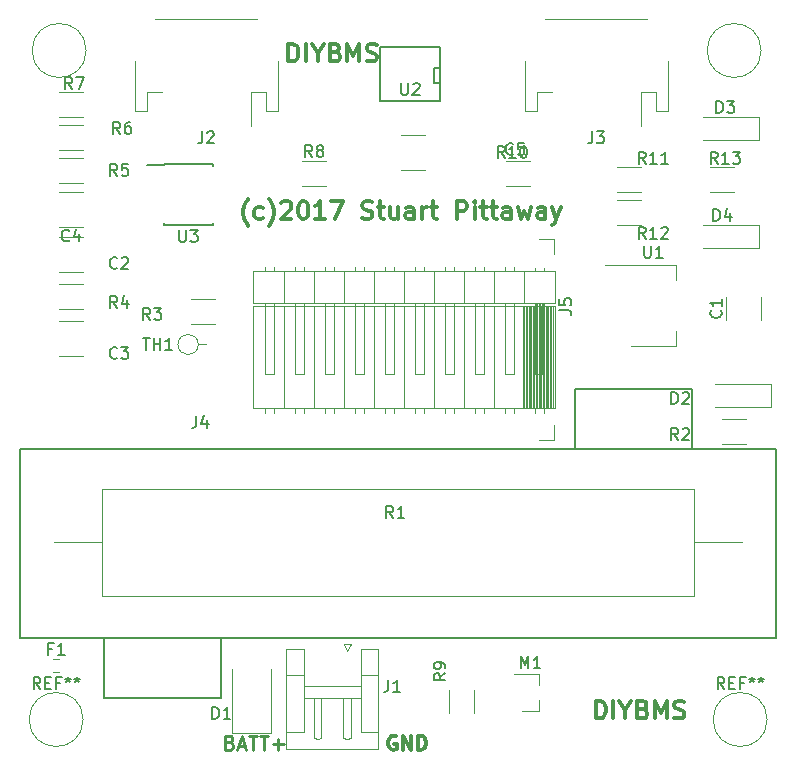
<source format=gbr>
G04 #@! TF.FileFunction,Legend,Top*
%FSLAX46Y46*%
G04 Gerber Fmt 4.6, Leading zero omitted, Abs format (unit mm)*
G04 Created by KiCad (PCBNEW 4.0.7) date 11/13/17 23:34:04*
%MOMM*%
%LPD*%
G01*
G04 APERTURE LIST*
%ADD10C,0.100000*%
%ADD11C,0.300000*%
%ADD12C,0.250000*%
%ADD13C,0.200000*%
%ADD14C,0.120000*%
%ADD15C,0.150000*%
G04 APERTURE END LIST*
D10*
D11*
X127603715Y-60368571D02*
X127603715Y-58868571D01*
X127960858Y-58868571D01*
X128175143Y-58940000D01*
X128318001Y-59082857D01*
X128389429Y-59225714D01*
X128460858Y-59511429D01*
X128460858Y-59725714D01*
X128389429Y-60011429D01*
X128318001Y-60154286D01*
X128175143Y-60297143D01*
X127960858Y-60368571D01*
X127603715Y-60368571D01*
X129103715Y-60368571D02*
X129103715Y-58868571D01*
X130103715Y-59654286D02*
X130103715Y-60368571D01*
X129603715Y-58868571D02*
X130103715Y-59654286D01*
X130603715Y-58868571D01*
X131603715Y-59582857D02*
X131818001Y-59654286D01*
X131889429Y-59725714D01*
X131960858Y-59868571D01*
X131960858Y-60082857D01*
X131889429Y-60225714D01*
X131818001Y-60297143D01*
X131675143Y-60368571D01*
X131103715Y-60368571D01*
X131103715Y-58868571D01*
X131603715Y-58868571D01*
X131746572Y-58940000D01*
X131818001Y-59011429D01*
X131889429Y-59154286D01*
X131889429Y-59297143D01*
X131818001Y-59440000D01*
X131746572Y-59511429D01*
X131603715Y-59582857D01*
X131103715Y-59582857D01*
X132603715Y-60368571D02*
X132603715Y-58868571D01*
X133103715Y-59940000D01*
X133603715Y-58868571D01*
X133603715Y-60368571D01*
X134246572Y-60297143D02*
X134460858Y-60368571D01*
X134818001Y-60368571D01*
X134960858Y-60297143D01*
X135032287Y-60225714D01*
X135103715Y-60082857D01*
X135103715Y-59940000D01*
X135032287Y-59797143D01*
X134960858Y-59725714D01*
X134818001Y-59654286D01*
X134532287Y-59582857D01*
X134389429Y-59511429D01*
X134318001Y-59440000D01*
X134246572Y-59297143D01*
X134246572Y-59154286D01*
X134318001Y-59011429D01*
X134389429Y-58940000D01*
X134532287Y-58868571D01*
X134889429Y-58868571D01*
X135103715Y-58940000D01*
D12*
X122628286Y-118024286D02*
X122799715Y-118081429D01*
X122856858Y-118138571D01*
X122914001Y-118252857D01*
X122914001Y-118424286D01*
X122856858Y-118538571D01*
X122799715Y-118595714D01*
X122685429Y-118652857D01*
X122228286Y-118652857D01*
X122228286Y-117452857D01*
X122628286Y-117452857D01*
X122742572Y-117510000D01*
X122799715Y-117567143D01*
X122856858Y-117681429D01*
X122856858Y-117795714D01*
X122799715Y-117910000D01*
X122742572Y-117967143D01*
X122628286Y-118024286D01*
X122228286Y-118024286D01*
X123371143Y-118310000D02*
X123942572Y-118310000D01*
X123256858Y-118652857D02*
X123656858Y-117452857D01*
X124056858Y-118652857D01*
X124285429Y-117452857D02*
X124971143Y-117452857D01*
X124628286Y-118652857D02*
X124628286Y-117452857D01*
X125199715Y-117452857D02*
X125885429Y-117452857D01*
X125542572Y-118652857D02*
X125542572Y-117452857D01*
X126285429Y-118195714D02*
X127199715Y-118195714D01*
X126742572Y-118652857D02*
X126742572Y-117738571D01*
D11*
X136753715Y-117510000D02*
X136639429Y-117452857D01*
X136468000Y-117452857D01*
X136296572Y-117510000D01*
X136182286Y-117624286D01*
X136125143Y-117738571D01*
X136068000Y-117967143D01*
X136068000Y-118138571D01*
X136125143Y-118367143D01*
X136182286Y-118481429D01*
X136296572Y-118595714D01*
X136468000Y-118652857D01*
X136582286Y-118652857D01*
X136753715Y-118595714D01*
X136810858Y-118538571D01*
X136810858Y-118138571D01*
X136582286Y-118138571D01*
X137325143Y-118652857D02*
X137325143Y-117452857D01*
X138010858Y-118652857D01*
X138010858Y-117452857D01*
X138582286Y-118652857D02*
X138582286Y-117452857D01*
X138868001Y-117452857D01*
X139039429Y-117510000D01*
X139153715Y-117624286D01*
X139210858Y-117738571D01*
X139268001Y-117967143D01*
X139268001Y-118138571D01*
X139210858Y-118367143D01*
X139153715Y-118481429D01*
X139039429Y-118595714D01*
X138868001Y-118652857D01*
X138582286Y-118652857D01*
X124231429Y-74275000D02*
X124160001Y-74203571D01*
X124017144Y-73989286D01*
X123945715Y-73846429D01*
X123874286Y-73632143D01*
X123802858Y-73275000D01*
X123802858Y-72989286D01*
X123874286Y-72632143D01*
X123945715Y-72417857D01*
X124017144Y-72275000D01*
X124160001Y-72060714D01*
X124231429Y-71989286D01*
X125445715Y-73632143D02*
X125302858Y-73703571D01*
X125017144Y-73703571D01*
X124874286Y-73632143D01*
X124802858Y-73560714D01*
X124731429Y-73417857D01*
X124731429Y-72989286D01*
X124802858Y-72846429D01*
X124874286Y-72775000D01*
X125017144Y-72703571D01*
X125302858Y-72703571D01*
X125445715Y-72775000D01*
X125945715Y-74275000D02*
X126017143Y-74203571D01*
X126160000Y-73989286D01*
X126231429Y-73846429D01*
X126302858Y-73632143D01*
X126374286Y-73275000D01*
X126374286Y-72989286D01*
X126302858Y-72632143D01*
X126231429Y-72417857D01*
X126160000Y-72275000D01*
X126017143Y-72060714D01*
X125945715Y-71989286D01*
X127017143Y-72346429D02*
X127088572Y-72275000D01*
X127231429Y-72203571D01*
X127588572Y-72203571D01*
X127731429Y-72275000D01*
X127802858Y-72346429D01*
X127874286Y-72489286D01*
X127874286Y-72632143D01*
X127802858Y-72846429D01*
X126945715Y-73703571D01*
X127874286Y-73703571D01*
X128802857Y-72203571D02*
X128945714Y-72203571D01*
X129088571Y-72275000D01*
X129160000Y-72346429D01*
X129231429Y-72489286D01*
X129302857Y-72775000D01*
X129302857Y-73132143D01*
X129231429Y-73417857D01*
X129160000Y-73560714D01*
X129088571Y-73632143D01*
X128945714Y-73703571D01*
X128802857Y-73703571D01*
X128660000Y-73632143D01*
X128588571Y-73560714D01*
X128517143Y-73417857D01*
X128445714Y-73132143D01*
X128445714Y-72775000D01*
X128517143Y-72489286D01*
X128588571Y-72346429D01*
X128660000Y-72275000D01*
X128802857Y-72203571D01*
X130731428Y-73703571D02*
X129874285Y-73703571D01*
X130302857Y-73703571D02*
X130302857Y-72203571D01*
X130160000Y-72417857D01*
X130017142Y-72560714D01*
X129874285Y-72632143D01*
X131231428Y-72203571D02*
X132231428Y-72203571D01*
X131588571Y-73703571D01*
X133874284Y-73632143D02*
X134088570Y-73703571D01*
X134445713Y-73703571D01*
X134588570Y-73632143D01*
X134659999Y-73560714D01*
X134731427Y-73417857D01*
X134731427Y-73275000D01*
X134659999Y-73132143D01*
X134588570Y-73060714D01*
X134445713Y-72989286D01*
X134159999Y-72917857D01*
X134017141Y-72846429D01*
X133945713Y-72775000D01*
X133874284Y-72632143D01*
X133874284Y-72489286D01*
X133945713Y-72346429D01*
X134017141Y-72275000D01*
X134159999Y-72203571D01*
X134517141Y-72203571D01*
X134731427Y-72275000D01*
X135159998Y-72703571D02*
X135731427Y-72703571D01*
X135374284Y-72203571D02*
X135374284Y-73489286D01*
X135445712Y-73632143D01*
X135588570Y-73703571D01*
X135731427Y-73703571D01*
X136874284Y-72703571D02*
X136874284Y-73703571D01*
X136231427Y-72703571D02*
X136231427Y-73489286D01*
X136302855Y-73632143D01*
X136445713Y-73703571D01*
X136659998Y-73703571D01*
X136802855Y-73632143D01*
X136874284Y-73560714D01*
X138231427Y-73703571D02*
X138231427Y-72917857D01*
X138159998Y-72775000D01*
X138017141Y-72703571D01*
X137731427Y-72703571D01*
X137588570Y-72775000D01*
X138231427Y-73632143D02*
X138088570Y-73703571D01*
X137731427Y-73703571D01*
X137588570Y-73632143D01*
X137517141Y-73489286D01*
X137517141Y-73346429D01*
X137588570Y-73203571D01*
X137731427Y-73132143D01*
X138088570Y-73132143D01*
X138231427Y-73060714D01*
X138945713Y-73703571D02*
X138945713Y-72703571D01*
X138945713Y-72989286D02*
X139017141Y-72846429D01*
X139088570Y-72775000D01*
X139231427Y-72703571D01*
X139374284Y-72703571D01*
X139659998Y-72703571D02*
X140231427Y-72703571D01*
X139874284Y-72203571D02*
X139874284Y-73489286D01*
X139945712Y-73632143D01*
X140088570Y-73703571D01*
X140231427Y-73703571D01*
X141874284Y-73703571D02*
X141874284Y-72203571D01*
X142445712Y-72203571D01*
X142588570Y-72275000D01*
X142659998Y-72346429D01*
X142731427Y-72489286D01*
X142731427Y-72703571D01*
X142659998Y-72846429D01*
X142588570Y-72917857D01*
X142445712Y-72989286D01*
X141874284Y-72989286D01*
X143374284Y-73703571D02*
X143374284Y-72703571D01*
X143374284Y-72203571D02*
X143302855Y-72275000D01*
X143374284Y-72346429D01*
X143445712Y-72275000D01*
X143374284Y-72203571D01*
X143374284Y-72346429D01*
X143874284Y-72703571D02*
X144445713Y-72703571D01*
X144088570Y-72203571D02*
X144088570Y-73489286D01*
X144159998Y-73632143D01*
X144302856Y-73703571D01*
X144445713Y-73703571D01*
X144731427Y-72703571D02*
X145302856Y-72703571D01*
X144945713Y-72203571D02*
X144945713Y-73489286D01*
X145017141Y-73632143D01*
X145159999Y-73703571D01*
X145302856Y-73703571D01*
X146445713Y-73703571D02*
X146445713Y-72917857D01*
X146374284Y-72775000D01*
X146231427Y-72703571D01*
X145945713Y-72703571D01*
X145802856Y-72775000D01*
X146445713Y-73632143D02*
X146302856Y-73703571D01*
X145945713Y-73703571D01*
X145802856Y-73632143D01*
X145731427Y-73489286D01*
X145731427Y-73346429D01*
X145802856Y-73203571D01*
X145945713Y-73132143D01*
X146302856Y-73132143D01*
X146445713Y-73060714D01*
X147017142Y-72703571D02*
X147302856Y-73703571D01*
X147588570Y-72989286D01*
X147874285Y-73703571D01*
X148159999Y-72703571D01*
X149374285Y-73703571D02*
X149374285Y-72917857D01*
X149302856Y-72775000D01*
X149159999Y-72703571D01*
X148874285Y-72703571D01*
X148731428Y-72775000D01*
X149374285Y-73632143D02*
X149231428Y-73703571D01*
X148874285Y-73703571D01*
X148731428Y-73632143D01*
X148659999Y-73489286D01*
X148659999Y-73346429D01*
X148731428Y-73203571D01*
X148874285Y-73132143D01*
X149231428Y-73132143D01*
X149374285Y-73060714D01*
X149945714Y-72703571D02*
X150302857Y-73703571D01*
X150659999Y-72703571D02*
X150302857Y-73703571D01*
X150159999Y-74060714D01*
X150088571Y-74132143D01*
X149945714Y-74203571D01*
X153638715Y-115994571D02*
X153638715Y-114494571D01*
X153995858Y-114494571D01*
X154210143Y-114566000D01*
X154353001Y-114708857D01*
X154424429Y-114851714D01*
X154495858Y-115137429D01*
X154495858Y-115351714D01*
X154424429Y-115637429D01*
X154353001Y-115780286D01*
X154210143Y-115923143D01*
X153995858Y-115994571D01*
X153638715Y-115994571D01*
X155138715Y-115994571D02*
X155138715Y-114494571D01*
X156138715Y-115280286D02*
X156138715Y-115994571D01*
X155638715Y-114494571D02*
X156138715Y-115280286D01*
X156638715Y-114494571D01*
X157638715Y-115208857D02*
X157853001Y-115280286D01*
X157924429Y-115351714D01*
X157995858Y-115494571D01*
X157995858Y-115708857D01*
X157924429Y-115851714D01*
X157853001Y-115923143D01*
X157710143Y-115994571D01*
X157138715Y-115994571D01*
X157138715Y-114494571D01*
X157638715Y-114494571D01*
X157781572Y-114566000D01*
X157853001Y-114637429D01*
X157924429Y-114780286D01*
X157924429Y-114923143D01*
X157853001Y-115066000D01*
X157781572Y-115137429D01*
X157638715Y-115208857D01*
X157138715Y-115208857D01*
X158638715Y-115994571D02*
X158638715Y-114494571D01*
X159138715Y-115566000D01*
X159638715Y-114494571D01*
X159638715Y-115994571D01*
X160281572Y-115923143D02*
X160495858Y-115994571D01*
X160853001Y-115994571D01*
X160995858Y-115923143D01*
X161067287Y-115851714D01*
X161138715Y-115708857D01*
X161138715Y-115566000D01*
X161067287Y-115423143D01*
X160995858Y-115351714D01*
X160853001Y-115280286D01*
X160567287Y-115208857D01*
X160424429Y-115137429D01*
X160353001Y-115066000D01*
X160281572Y-114923143D01*
X160281572Y-114780286D01*
X160353001Y-114637429D01*
X160424429Y-114566000D01*
X160567287Y-114494571D01*
X160924429Y-114494571D01*
X161138715Y-114566000D01*
D13*
X121920000Y-114300000D02*
X121920000Y-109220000D01*
X112014000Y-114300000D02*
X112014000Y-109220000D01*
X112014000Y-114300000D02*
X121920000Y-114300000D01*
X151892000Y-88138000D02*
X161798000Y-88138000D01*
X151892000Y-93218000D02*
X151892000Y-88138000D01*
X161798000Y-88138000D02*
X161798000Y-93218000D01*
X104902000Y-109220000D02*
X104902000Y-93218000D01*
X168910000Y-93218000D02*
X168910000Y-109220000D01*
X168910000Y-93218000D02*
X104902000Y-93218000D01*
X104902000Y-109220000D02*
X168910000Y-109220000D01*
D14*
X168148000Y-116078000D02*
G75*
G03X168148000Y-116078000I-2286000J0D01*
G01*
X110236000Y-116078000D02*
G75*
G03X110236000Y-116078000I-2286000J0D01*
G01*
X110490000Y-59436000D02*
G75*
G03X110490000Y-59436000I-2286000J0D01*
G01*
X164636000Y-80280000D02*
X164636000Y-82280000D01*
X167596000Y-82280000D02*
X167596000Y-80280000D01*
X110220000Y-75228000D02*
X108220000Y-75228000D01*
X108220000Y-78188000D02*
X110220000Y-78188000D01*
X108220000Y-85300000D02*
X110220000Y-85300000D01*
X110220000Y-82340000D02*
X108220000Y-82340000D01*
X108220000Y-74378000D02*
X110220000Y-74378000D01*
X110220000Y-71418000D02*
X108220000Y-71418000D01*
X137176000Y-69552000D02*
X139176000Y-69552000D01*
X139176000Y-66592000D02*
X137176000Y-66592000D01*
X124425000Y-62939000D02*
X125700000Y-62939000D01*
X125700000Y-62939000D02*
X125700000Y-64539000D01*
X125700000Y-64539000D02*
X126700000Y-64539000D01*
X126700000Y-64539000D02*
X126700000Y-60314000D01*
X114600000Y-60314000D02*
X114600000Y-64539000D01*
X114600000Y-64539000D02*
X115600000Y-64539000D01*
X115600000Y-64539000D02*
X115600000Y-62939000D01*
X115600000Y-62939000D02*
X116875000Y-62939000D01*
X124975000Y-56739000D02*
X116325000Y-56739000D01*
X124425000Y-62939000D02*
X124425000Y-65839000D01*
X166354000Y-92764000D02*
X164354000Y-92764000D01*
X164354000Y-90624000D02*
X166354000Y-90624000D01*
X121396000Y-82604000D02*
X119396000Y-82604000D01*
X119396000Y-80464000D02*
X121396000Y-80464000D01*
X108220000Y-79194000D02*
X110220000Y-79194000D01*
X110220000Y-81334000D02*
X108220000Y-81334000D01*
X108220000Y-68526000D02*
X110220000Y-68526000D01*
X110220000Y-70666000D02*
X108220000Y-70666000D01*
X110220000Y-67872000D02*
X108220000Y-67872000D01*
X108220000Y-65732000D02*
X110220000Y-65732000D01*
X108220000Y-62938000D02*
X110220000Y-62938000D01*
X110220000Y-65078000D02*
X108220000Y-65078000D01*
X130794000Y-70920000D02*
X128794000Y-70920000D01*
X128794000Y-68780000D02*
X130794000Y-68780000D01*
X141170000Y-115554000D02*
X141170000Y-113554000D01*
X143310000Y-113554000D02*
X143310000Y-115554000D01*
X148066000Y-70920000D02*
X146066000Y-70920000D01*
X146066000Y-68780000D02*
X148066000Y-68780000D01*
X160406000Y-84436000D02*
X160406000Y-83176000D01*
X160406000Y-77616000D02*
X160406000Y-78876000D01*
X156646000Y-84436000D02*
X160406000Y-84436000D01*
X154396000Y-77616000D02*
X160406000Y-77616000D01*
D15*
X117051000Y-69053000D02*
X117051000Y-69103000D01*
X121201000Y-69053000D02*
X121201000Y-69198000D01*
X121201000Y-74203000D02*
X121201000Y-74058000D01*
X117051000Y-74203000D02*
X117051000Y-74058000D01*
X117051000Y-69053000D02*
X121201000Y-69053000D01*
X117051000Y-74203000D02*
X121201000Y-74203000D01*
X117051000Y-69103000D02*
X115651000Y-69103000D01*
D14*
X108200000Y-110976000D02*
X107700000Y-110976000D01*
X107700000Y-112036000D02*
X108200000Y-112036000D01*
X148842000Y-115372000D02*
X148842000Y-114442000D01*
X148842000Y-112212000D02*
X148842000Y-113142000D01*
X148842000Y-112212000D02*
X146682000Y-112212000D01*
X148842000Y-115372000D02*
X147382000Y-115372000D01*
X157464000Y-71428000D02*
X155464000Y-71428000D01*
X155464000Y-69288000D02*
X157464000Y-69288000D01*
D15*
X140462000Y-63754000D02*
X135382000Y-63754000D01*
X135382000Y-63754000D02*
X135382000Y-59182000D01*
X135382000Y-59182000D02*
X140462000Y-59182000D01*
X140462000Y-59182000D02*
X140462000Y-63754000D01*
X140462000Y-62230000D02*
X139954000Y-62230000D01*
X139954000Y-62230000D02*
X139954000Y-60960000D01*
X139954000Y-60960000D02*
X140462000Y-60960000D01*
D14*
X157445000Y-62939000D02*
X158720000Y-62939000D01*
X158720000Y-62939000D02*
X158720000Y-64539000D01*
X158720000Y-64539000D02*
X159720000Y-64539000D01*
X159720000Y-64539000D02*
X159720000Y-60314000D01*
X147620000Y-60314000D02*
X147620000Y-64539000D01*
X147620000Y-64539000D02*
X148620000Y-64539000D01*
X148620000Y-64539000D02*
X148620000Y-62939000D01*
X148620000Y-62939000D02*
X149895000Y-62939000D01*
X157995000Y-56739000D02*
X149345000Y-56739000D01*
X157445000Y-62939000D02*
X157445000Y-65839000D01*
X155464000Y-72082000D02*
X157464000Y-72082000D01*
X157464000Y-74222000D02*
X155464000Y-74222000D01*
X165338000Y-71428000D02*
X163338000Y-71428000D01*
X163338000Y-69288000D02*
X165338000Y-69288000D01*
X119986000Y-84328000D02*
G75*
G03X119986000Y-84328000I-860000J0D01*
G01*
X119986000Y-84328000D02*
X120666000Y-84328000D01*
X150174000Y-89726000D02*
X147574000Y-89726000D01*
X147574000Y-89726000D02*
X147574000Y-81096000D01*
X147574000Y-81096000D02*
X150174000Y-81096000D01*
X150174000Y-81096000D02*
X150174000Y-89726000D01*
X149224000Y-90156000D02*
X149224000Y-89726000D01*
X148464000Y-90156000D02*
X148464000Y-89726000D01*
X149994000Y-89726000D02*
X149994000Y-81096000D01*
X149874000Y-89726000D02*
X149874000Y-81096000D01*
X149754000Y-89726000D02*
X149754000Y-81096000D01*
X149634000Y-89726000D02*
X149634000Y-81096000D01*
X149514000Y-89726000D02*
X149514000Y-81096000D01*
X149394000Y-89726000D02*
X149394000Y-81096000D01*
X149274000Y-89726000D02*
X149274000Y-81096000D01*
X149154000Y-89726000D02*
X149154000Y-81096000D01*
X149034000Y-89726000D02*
X149034000Y-81096000D01*
X148914000Y-89726000D02*
X148914000Y-81096000D01*
X148794000Y-89726000D02*
X148794000Y-81096000D01*
X148674000Y-89726000D02*
X148674000Y-81096000D01*
X148554000Y-89726000D02*
X148554000Y-81096000D01*
X148434000Y-89726000D02*
X148434000Y-81096000D01*
X148314000Y-89726000D02*
X148314000Y-81096000D01*
X148194000Y-89726000D02*
X148194000Y-81096000D01*
X148074000Y-89726000D02*
X148074000Y-81096000D01*
X147954000Y-89726000D02*
X147954000Y-81096000D01*
X147834000Y-89726000D02*
X147834000Y-81096000D01*
X147714000Y-89726000D02*
X147714000Y-81096000D01*
X147594000Y-89726000D02*
X147594000Y-81096000D01*
X147474000Y-89726000D02*
X147474000Y-81096000D01*
X147574000Y-89726000D02*
X145034000Y-89726000D01*
X145034000Y-89726000D02*
X145034000Y-81096000D01*
X145034000Y-81096000D02*
X147574000Y-81096000D01*
X147574000Y-81096000D02*
X147574000Y-89726000D01*
X146684000Y-90156000D02*
X146684000Y-89726000D01*
X145924000Y-90156000D02*
X145924000Y-89726000D01*
X145034000Y-89726000D02*
X142494000Y-89726000D01*
X142494000Y-89726000D02*
X142494000Y-81096000D01*
X142494000Y-81096000D02*
X145034000Y-81096000D01*
X145034000Y-81096000D02*
X145034000Y-89726000D01*
X144144000Y-90156000D02*
X144144000Y-89726000D01*
X143384000Y-90156000D02*
X143384000Y-89726000D01*
X142494000Y-89726000D02*
X139954000Y-89726000D01*
X139954000Y-89726000D02*
X139954000Y-81096000D01*
X139954000Y-81096000D02*
X142494000Y-81096000D01*
X142494000Y-81096000D02*
X142494000Y-89726000D01*
X141604000Y-90156000D02*
X141604000Y-89726000D01*
X140844000Y-90156000D02*
X140844000Y-89726000D01*
X139954000Y-89726000D02*
X137414000Y-89726000D01*
X137414000Y-89726000D02*
X137414000Y-81096000D01*
X137414000Y-81096000D02*
X139954000Y-81096000D01*
X139954000Y-81096000D02*
X139954000Y-89726000D01*
X139064000Y-90156000D02*
X139064000Y-89726000D01*
X138304000Y-90156000D02*
X138304000Y-89726000D01*
X137414000Y-89726000D02*
X134874000Y-89726000D01*
X134874000Y-89726000D02*
X134874000Y-81096000D01*
X134874000Y-81096000D02*
X137414000Y-81096000D01*
X137414000Y-81096000D02*
X137414000Y-89726000D01*
X136524000Y-90156000D02*
X136524000Y-89726000D01*
X135764000Y-90156000D02*
X135764000Y-89726000D01*
X134874000Y-89726000D02*
X132334000Y-89726000D01*
X132334000Y-89726000D02*
X132334000Y-81096000D01*
X132334000Y-81096000D02*
X134874000Y-81096000D01*
X134874000Y-81096000D02*
X134874000Y-89726000D01*
X133984000Y-90156000D02*
X133984000Y-89726000D01*
X133224000Y-90156000D02*
X133224000Y-89726000D01*
X132334000Y-89726000D02*
X129794000Y-89726000D01*
X129794000Y-89726000D02*
X129794000Y-81096000D01*
X129794000Y-81096000D02*
X132334000Y-81096000D01*
X132334000Y-81096000D02*
X132334000Y-89726000D01*
X131444000Y-90156000D02*
X131444000Y-89726000D01*
X130684000Y-90156000D02*
X130684000Y-89726000D01*
X129794000Y-89726000D02*
X127254000Y-89726000D01*
X127254000Y-89726000D02*
X127254000Y-81096000D01*
X127254000Y-81096000D02*
X129794000Y-81096000D01*
X129794000Y-81096000D02*
X129794000Y-89726000D01*
X128904000Y-90156000D02*
X128904000Y-89726000D01*
X128144000Y-90156000D02*
X128144000Y-89726000D01*
X127254000Y-89726000D02*
X124654000Y-89726000D01*
X124654000Y-89726000D02*
X124654000Y-81096000D01*
X124654000Y-81096000D02*
X127254000Y-81096000D01*
X127254000Y-81096000D02*
X127254000Y-89726000D01*
X126364000Y-90156000D02*
X126364000Y-89726000D01*
X125604000Y-90156000D02*
X125604000Y-89726000D01*
X150114000Y-91186000D02*
X150114000Y-92456000D01*
X150114000Y-92456000D02*
X148844000Y-92456000D01*
X150174000Y-78148000D02*
X124654000Y-78148000D01*
X124654000Y-78148000D02*
X124654000Y-80808000D01*
X124654000Y-80808000D02*
X150174000Y-80808000D01*
X150174000Y-80808000D02*
X150174000Y-78148000D01*
X149224000Y-80808000D02*
X149224000Y-86808000D01*
X149224000Y-86808000D02*
X148464000Y-86808000D01*
X148464000Y-86808000D02*
X148464000Y-80808000D01*
X149164000Y-80808000D02*
X149164000Y-86808000D01*
X149044000Y-80808000D02*
X149044000Y-86808000D01*
X148924000Y-80808000D02*
X148924000Y-86808000D01*
X148804000Y-80808000D02*
X148804000Y-86808000D01*
X148684000Y-80808000D02*
X148684000Y-86808000D01*
X148564000Y-80808000D02*
X148564000Y-86808000D01*
X149224000Y-77818000D02*
X149224000Y-78148000D01*
X148464000Y-77818000D02*
X148464000Y-78148000D01*
X147574000Y-78148000D02*
X147574000Y-80808000D01*
X146684000Y-80808000D02*
X146684000Y-86808000D01*
X146684000Y-86808000D02*
X145924000Y-86808000D01*
X145924000Y-86808000D02*
X145924000Y-80808000D01*
X146684000Y-77750929D02*
X146684000Y-78148000D01*
X145924000Y-77750929D02*
X145924000Y-78148000D01*
X145034000Y-78148000D02*
X145034000Y-80808000D01*
X144144000Y-80808000D02*
X144144000Y-86808000D01*
X144144000Y-86808000D02*
X143384000Y-86808000D01*
X143384000Y-86808000D02*
X143384000Y-80808000D01*
X144144000Y-77750929D02*
X144144000Y-78148000D01*
X143384000Y-77750929D02*
X143384000Y-78148000D01*
X142494000Y-78148000D02*
X142494000Y-80808000D01*
X141604000Y-80808000D02*
X141604000Y-86808000D01*
X141604000Y-86808000D02*
X140844000Y-86808000D01*
X140844000Y-86808000D02*
X140844000Y-80808000D01*
X141604000Y-77750929D02*
X141604000Y-78148000D01*
X140844000Y-77750929D02*
X140844000Y-78148000D01*
X139954000Y-78148000D02*
X139954000Y-80808000D01*
X139064000Y-80808000D02*
X139064000Y-86808000D01*
X139064000Y-86808000D02*
X138304000Y-86808000D01*
X138304000Y-86808000D02*
X138304000Y-80808000D01*
X139064000Y-77750929D02*
X139064000Y-78148000D01*
X138304000Y-77750929D02*
X138304000Y-78148000D01*
X137414000Y-78148000D02*
X137414000Y-80808000D01*
X136524000Y-80808000D02*
X136524000Y-86808000D01*
X136524000Y-86808000D02*
X135764000Y-86808000D01*
X135764000Y-86808000D02*
X135764000Y-80808000D01*
X136524000Y-77750929D02*
X136524000Y-78148000D01*
X135764000Y-77750929D02*
X135764000Y-78148000D01*
X134874000Y-78148000D02*
X134874000Y-80808000D01*
X133984000Y-80808000D02*
X133984000Y-86808000D01*
X133984000Y-86808000D02*
X133224000Y-86808000D01*
X133224000Y-86808000D02*
X133224000Y-80808000D01*
X133984000Y-77750929D02*
X133984000Y-78148000D01*
X133224000Y-77750929D02*
X133224000Y-78148000D01*
X132334000Y-78148000D02*
X132334000Y-80808000D01*
X131444000Y-80808000D02*
X131444000Y-86808000D01*
X131444000Y-86808000D02*
X130684000Y-86808000D01*
X130684000Y-86808000D02*
X130684000Y-80808000D01*
X131444000Y-77750929D02*
X131444000Y-78148000D01*
X130684000Y-77750929D02*
X130684000Y-78148000D01*
X129794000Y-78148000D02*
X129794000Y-80808000D01*
X128904000Y-80808000D02*
X128904000Y-86808000D01*
X128904000Y-86808000D02*
X128144000Y-86808000D01*
X128144000Y-86808000D02*
X128144000Y-80808000D01*
X128904000Y-77750929D02*
X128904000Y-78148000D01*
X128144000Y-77750929D02*
X128144000Y-78148000D01*
X127254000Y-78148000D02*
X127254000Y-80808000D01*
X126364000Y-80808000D02*
X126364000Y-86808000D01*
X126364000Y-86808000D02*
X125604000Y-86808000D01*
X125604000Y-86808000D02*
X125604000Y-80808000D01*
X126364000Y-77750929D02*
X126364000Y-78148000D01*
X125604000Y-77750929D02*
X125604000Y-78148000D01*
X148844000Y-75438000D02*
X150114000Y-75438000D01*
X150114000Y-75438000D02*
X150114000Y-76708000D01*
X168454000Y-89596000D02*
X168454000Y-87696000D01*
X168454000Y-87696000D02*
X163754000Y-87696000D01*
X168454000Y-89596000D02*
X163754000Y-89596000D01*
X167438000Y-66990000D02*
X167438000Y-65090000D01*
X167438000Y-65090000D02*
X162738000Y-65090000D01*
X167438000Y-66990000D02*
X162738000Y-66990000D01*
X167438000Y-76134000D02*
X167438000Y-74234000D01*
X167438000Y-74234000D02*
X162738000Y-74234000D01*
X167438000Y-76134000D02*
X162738000Y-76134000D01*
X133738000Y-112310000D02*
X133738000Y-110110000D01*
X133738000Y-110110000D02*
X135238000Y-110110000D01*
X135238000Y-110110000D02*
X135238000Y-118610000D01*
X135238000Y-118610000D02*
X127438000Y-118610000D01*
X127438000Y-118610000D02*
X127438000Y-110110000D01*
X127438000Y-110110000D02*
X128938000Y-110110000D01*
X128938000Y-110110000D02*
X128938000Y-112310000D01*
X135238000Y-117110000D02*
X133738000Y-117110000D01*
X133738000Y-117110000D02*
X133738000Y-112310000D01*
X133738000Y-112310000D02*
X135238000Y-112310000D01*
X127438000Y-117110000D02*
X128938000Y-117110000D01*
X128938000Y-117110000D02*
X128938000Y-112310000D01*
X128938000Y-112310000D02*
X127438000Y-112310000D01*
X133738000Y-114260000D02*
X128938000Y-114260000D01*
X133738000Y-113260000D02*
X128938000Y-113260000D01*
X132588000Y-114260000D02*
X132908000Y-114260000D01*
X132908000Y-114260000D02*
X132908000Y-117680000D01*
X132908000Y-117680000D02*
X132588000Y-117760000D01*
X132588000Y-117760000D02*
X132268000Y-117680000D01*
X132268000Y-117680000D02*
X132268000Y-114260000D01*
X132268000Y-114260000D02*
X132588000Y-114260000D01*
X130088000Y-114260000D02*
X130408000Y-114260000D01*
X130408000Y-114260000D02*
X130408000Y-117680000D01*
X130408000Y-117680000D02*
X130088000Y-117760000D01*
X130088000Y-117760000D02*
X129768000Y-117680000D01*
X129768000Y-117680000D02*
X129768000Y-114260000D01*
X129768000Y-114260000D02*
X130088000Y-114260000D01*
X132588000Y-110260000D02*
X132888000Y-109660000D01*
X132888000Y-109660000D02*
X132288000Y-109660000D01*
X132288000Y-109660000D02*
X132588000Y-110260000D01*
X161966000Y-105652000D02*
X161966000Y-96532000D01*
X161966000Y-96532000D02*
X111846000Y-96532000D01*
X111846000Y-96532000D02*
X111846000Y-105652000D01*
X111846000Y-105652000D02*
X161966000Y-105652000D01*
X166006000Y-101092000D02*
X161966000Y-101092000D01*
X107806000Y-101092000D02*
X111846000Y-101092000D01*
X122810000Y-117192000D02*
X126110000Y-117192000D01*
X126110000Y-117192000D02*
X126110000Y-111792000D01*
X122810000Y-117192000D02*
X122810000Y-111792000D01*
X167640000Y-59436000D02*
G75*
G03X167640000Y-59436000I-2286000J0D01*
G01*
D15*
X164528667Y-113482381D02*
X164195333Y-113006190D01*
X163957238Y-113482381D02*
X163957238Y-112482381D01*
X164338191Y-112482381D01*
X164433429Y-112530000D01*
X164481048Y-112577619D01*
X164528667Y-112672857D01*
X164528667Y-112815714D01*
X164481048Y-112910952D01*
X164433429Y-112958571D01*
X164338191Y-113006190D01*
X163957238Y-113006190D01*
X164957238Y-112958571D02*
X165290572Y-112958571D01*
X165433429Y-113482381D02*
X164957238Y-113482381D01*
X164957238Y-112482381D01*
X165433429Y-112482381D01*
X166195334Y-112958571D02*
X165862000Y-112958571D01*
X165862000Y-113482381D02*
X165862000Y-112482381D01*
X166338191Y-112482381D01*
X166862000Y-112482381D02*
X166862000Y-112720476D01*
X166623905Y-112625238D02*
X166862000Y-112720476D01*
X167100096Y-112625238D01*
X166719143Y-112910952D02*
X166862000Y-112720476D01*
X167004858Y-112910952D01*
X167623905Y-112482381D02*
X167623905Y-112720476D01*
X167385810Y-112625238D02*
X167623905Y-112720476D01*
X167862001Y-112625238D01*
X167481048Y-112910952D02*
X167623905Y-112720476D01*
X167766763Y-112910952D01*
X106616667Y-113482381D02*
X106283333Y-113006190D01*
X106045238Y-113482381D02*
X106045238Y-112482381D01*
X106426191Y-112482381D01*
X106521429Y-112530000D01*
X106569048Y-112577619D01*
X106616667Y-112672857D01*
X106616667Y-112815714D01*
X106569048Y-112910952D01*
X106521429Y-112958571D01*
X106426191Y-113006190D01*
X106045238Y-113006190D01*
X107045238Y-112958571D02*
X107378572Y-112958571D01*
X107521429Y-113482381D02*
X107045238Y-113482381D01*
X107045238Y-112482381D01*
X107521429Y-112482381D01*
X108283334Y-112958571D02*
X107950000Y-112958571D01*
X107950000Y-113482381D02*
X107950000Y-112482381D01*
X108426191Y-112482381D01*
X108950000Y-112482381D02*
X108950000Y-112720476D01*
X108711905Y-112625238D02*
X108950000Y-112720476D01*
X109188096Y-112625238D01*
X108807143Y-112910952D02*
X108950000Y-112720476D01*
X109092858Y-112910952D01*
X109711905Y-112482381D02*
X109711905Y-112720476D01*
X109473810Y-112625238D02*
X109711905Y-112720476D01*
X109950001Y-112625238D01*
X109569048Y-112910952D02*
X109711905Y-112720476D01*
X109854763Y-112910952D01*
X164223143Y-81446666D02*
X164270762Y-81494285D01*
X164318381Y-81637142D01*
X164318381Y-81732380D01*
X164270762Y-81875238D01*
X164175524Y-81970476D01*
X164080286Y-82018095D01*
X163889810Y-82065714D01*
X163746952Y-82065714D01*
X163556476Y-82018095D01*
X163461238Y-81970476D01*
X163366000Y-81875238D01*
X163318381Y-81732380D01*
X163318381Y-81637142D01*
X163366000Y-81494285D01*
X163413619Y-81446666D01*
X164318381Y-80494285D02*
X164318381Y-81065714D01*
X164318381Y-80780000D02*
X163318381Y-80780000D01*
X163461238Y-80875238D01*
X163556476Y-80970476D01*
X163604095Y-81065714D01*
X113117334Y-77827143D02*
X113069715Y-77874762D01*
X112926858Y-77922381D01*
X112831620Y-77922381D01*
X112688762Y-77874762D01*
X112593524Y-77779524D01*
X112545905Y-77684286D01*
X112498286Y-77493810D01*
X112498286Y-77350952D01*
X112545905Y-77160476D01*
X112593524Y-77065238D01*
X112688762Y-76970000D01*
X112831620Y-76922381D01*
X112926858Y-76922381D01*
X113069715Y-76970000D01*
X113117334Y-77017619D01*
X113498286Y-77017619D02*
X113545905Y-76970000D01*
X113641143Y-76922381D01*
X113879239Y-76922381D01*
X113974477Y-76970000D01*
X114022096Y-77017619D01*
X114069715Y-77112857D01*
X114069715Y-77208095D01*
X114022096Y-77350952D01*
X113450667Y-77922381D01*
X114069715Y-77922381D01*
X113117334Y-85447143D02*
X113069715Y-85494762D01*
X112926858Y-85542381D01*
X112831620Y-85542381D01*
X112688762Y-85494762D01*
X112593524Y-85399524D01*
X112545905Y-85304286D01*
X112498286Y-85113810D01*
X112498286Y-84970952D01*
X112545905Y-84780476D01*
X112593524Y-84685238D01*
X112688762Y-84590000D01*
X112831620Y-84542381D01*
X112926858Y-84542381D01*
X113069715Y-84590000D01*
X113117334Y-84637619D01*
X113450667Y-84542381D02*
X114069715Y-84542381D01*
X113736381Y-84923333D01*
X113879239Y-84923333D01*
X113974477Y-84970952D01*
X114022096Y-85018571D01*
X114069715Y-85113810D01*
X114069715Y-85351905D01*
X114022096Y-85447143D01*
X113974477Y-85494762D01*
X113879239Y-85542381D01*
X113593524Y-85542381D01*
X113498286Y-85494762D01*
X113450667Y-85447143D01*
X109053334Y-75505143D02*
X109005715Y-75552762D01*
X108862858Y-75600381D01*
X108767620Y-75600381D01*
X108624762Y-75552762D01*
X108529524Y-75457524D01*
X108481905Y-75362286D01*
X108434286Y-75171810D01*
X108434286Y-75028952D01*
X108481905Y-74838476D01*
X108529524Y-74743238D01*
X108624762Y-74648000D01*
X108767620Y-74600381D01*
X108862858Y-74600381D01*
X109005715Y-74648000D01*
X109053334Y-74695619D01*
X109910477Y-74933714D02*
X109910477Y-75600381D01*
X109672381Y-74552762D02*
X109434286Y-75267048D01*
X110053334Y-75267048D01*
X146645334Y-68175143D02*
X146597715Y-68222762D01*
X146454858Y-68270381D01*
X146359620Y-68270381D01*
X146216762Y-68222762D01*
X146121524Y-68127524D01*
X146073905Y-68032286D01*
X146026286Y-67841810D01*
X146026286Y-67698952D01*
X146073905Y-67508476D01*
X146121524Y-67413238D01*
X146216762Y-67318000D01*
X146359620Y-67270381D01*
X146454858Y-67270381D01*
X146597715Y-67318000D01*
X146645334Y-67365619D01*
X147550096Y-67270381D02*
X147073905Y-67270381D01*
X147026286Y-67746571D01*
X147073905Y-67698952D01*
X147169143Y-67651333D01*
X147407239Y-67651333D01*
X147502477Y-67698952D01*
X147550096Y-67746571D01*
X147597715Y-67841810D01*
X147597715Y-68079905D01*
X147550096Y-68175143D01*
X147502477Y-68222762D01*
X147407239Y-68270381D01*
X147169143Y-68270381D01*
X147073905Y-68222762D01*
X147026286Y-68175143D01*
X120316667Y-66291381D02*
X120316667Y-67005667D01*
X120269047Y-67148524D01*
X120173809Y-67243762D01*
X120030952Y-67291381D01*
X119935714Y-67291381D01*
X120745238Y-66386619D02*
X120792857Y-66339000D01*
X120888095Y-66291381D01*
X121126191Y-66291381D01*
X121221429Y-66339000D01*
X121269048Y-66386619D01*
X121316667Y-66481857D01*
X121316667Y-66577095D01*
X121269048Y-66719952D01*
X120697619Y-67291381D01*
X121316667Y-67291381D01*
X160615334Y-92400381D02*
X160282000Y-91924190D01*
X160043905Y-92400381D02*
X160043905Y-91400381D01*
X160424858Y-91400381D01*
X160520096Y-91448000D01*
X160567715Y-91495619D01*
X160615334Y-91590857D01*
X160615334Y-91733714D01*
X160567715Y-91828952D01*
X160520096Y-91876571D01*
X160424858Y-91924190D01*
X160043905Y-91924190D01*
X160996286Y-91495619D02*
X161043905Y-91448000D01*
X161139143Y-91400381D01*
X161377239Y-91400381D01*
X161472477Y-91448000D01*
X161520096Y-91495619D01*
X161567715Y-91590857D01*
X161567715Y-91686095D01*
X161520096Y-91828952D01*
X160948667Y-92400381D01*
X161567715Y-92400381D01*
X115911334Y-82240381D02*
X115578000Y-81764190D01*
X115339905Y-82240381D02*
X115339905Y-81240381D01*
X115720858Y-81240381D01*
X115816096Y-81288000D01*
X115863715Y-81335619D01*
X115911334Y-81430857D01*
X115911334Y-81573714D01*
X115863715Y-81668952D01*
X115816096Y-81716571D01*
X115720858Y-81764190D01*
X115339905Y-81764190D01*
X116244667Y-81240381D02*
X116863715Y-81240381D01*
X116530381Y-81621333D01*
X116673239Y-81621333D01*
X116768477Y-81668952D01*
X116816096Y-81716571D01*
X116863715Y-81811810D01*
X116863715Y-82049905D01*
X116816096Y-82145143D01*
X116768477Y-82192762D01*
X116673239Y-82240381D01*
X116387524Y-82240381D01*
X116292286Y-82192762D01*
X116244667Y-82145143D01*
X113117334Y-81224381D02*
X112784000Y-80748190D01*
X112545905Y-81224381D02*
X112545905Y-80224381D01*
X112926858Y-80224381D01*
X113022096Y-80272000D01*
X113069715Y-80319619D01*
X113117334Y-80414857D01*
X113117334Y-80557714D01*
X113069715Y-80652952D01*
X113022096Y-80700571D01*
X112926858Y-80748190D01*
X112545905Y-80748190D01*
X113974477Y-80557714D02*
X113974477Y-81224381D01*
X113736381Y-80176762D02*
X113498286Y-80891048D01*
X114117334Y-80891048D01*
X113117334Y-70048381D02*
X112784000Y-69572190D01*
X112545905Y-70048381D02*
X112545905Y-69048381D01*
X112926858Y-69048381D01*
X113022096Y-69096000D01*
X113069715Y-69143619D01*
X113117334Y-69238857D01*
X113117334Y-69381714D01*
X113069715Y-69476952D01*
X113022096Y-69524571D01*
X112926858Y-69572190D01*
X112545905Y-69572190D01*
X114022096Y-69048381D02*
X113545905Y-69048381D01*
X113498286Y-69524571D01*
X113545905Y-69476952D01*
X113641143Y-69429333D01*
X113879239Y-69429333D01*
X113974477Y-69476952D01*
X114022096Y-69524571D01*
X114069715Y-69619810D01*
X114069715Y-69857905D01*
X114022096Y-69953143D01*
X113974477Y-70000762D01*
X113879239Y-70048381D01*
X113641143Y-70048381D01*
X113545905Y-70000762D01*
X113498286Y-69953143D01*
X113371334Y-66492381D02*
X113038000Y-66016190D01*
X112799905Y-66492381D02*
X112799905Y-65492381D01*
X113180858Y-65492381D01*
X113276096Y-65540000D01*
X113323715Y-65587619D01*
X113371334Y-65682857D01*
X113371334Y-65825714D01*
X113323715Y-65920952D01*
X113276096Y-65968571D01*
X113180858Y-66016190D01*
X112799905Y-66016190D01*
X114228477Y-65492381D02*
X114038000Y-65492381D01*
X113942762Y-65540000D01*
X113895143Y-65587619D01*
X113799905Y-65730476D01*
X113752286Y-65920952D01*
X113752286Y-66301905D01*
X113799905Y-66397143D01*
X113847524Y-66444762D01*
X113942762Y-66492381D01*
X114133239Y-66492381D01*
X114228477Y-66444762D01*
X114276096Y-66397143D01*
X114323715Y-66301905D01*
X114323715Y-66063810D01*
X114276096Y-65968571D01*
X114228477Y-65920952D01*
X114133239Y-65873333D01*
X113942762Y-65873333D01*
X113847524Y-65920952D01*
X113799905Y-65968571D01*
X113752286Y-66063810D01*
X109307334Y-62682381D02*
X108974000Y-62206190D01*
X108735905Y-62682381D02*
X108735905Y-61682381D01*
X109116858Y-61682381D01*
X109212096Y-61730000D01*
X109259715Y-61777619D01*
X109307334Y-61872857D01*
X109307334Y-62015714D01*
X109259715Y-62110952D01*
X109212096Y-62158571D01*
X109116858Y-62206190D01*
X108735905Y-62206190D01*
X109640667Y-61682381D02*
X110307334Y-61682381D01*
X109878762Y-62682381D01*
X129627334Y-68452381D02*
X129294000Y-67976190D01*
X129055905Y-68452381D02*
X129055905Y-67452381D01*
X129436858Y-67452381D01*
X129532096Y-67500000D01*
X129579715Y-67547619D01*
X129627334Y-67642857D01*
X129627334Y-67785714D01*
X129579715Y-67880952D01*
X129532096Y-67928571D01*
X129436858Y-67976190D01*
X129055905Y-67976190D01*
X130198762Y-67880952D02*
X130103524Y-67833333D01*
X130055905Y-67785714D01*
X130008286Y-67690476D01*
X130008286Y-67642857D01*
X130055905Y-67547619D01*
X130103524Y-67500000D01*
X130198762Y-67452381D01*
X130389239Y-67452381D01*
X130484477Y-67500000D01*
X130532096Y-67547619D01*
X130579715Y-67642857D01*
X130579715Y-67690476D01*
X130532096Y-67785714D01*
X130484477Y-67833333D01*
X130389239Y-67880952D01*
X130198762Y-67880952D01*
X130103524Y-67928571D01*
X130055905Y-67976190D01*
X130008286Y-68071429D01*
X130008286Y-68261905D01*
X130055905Y-68357143D01*
X130103524Y-68404762D01*
X130198762Y-68452381D01*
X130389239Y-68452381D01*
X130484477Y-68404762D01*
X130532096Y-68357143D01*
X130579715Y-68261905D01*
X130579715Y-68071429D01*
X130532096Y-67976190D01*
X130484477Y-67928571D01*
X130389239Y-67880952D01*
X140914381Y-112180666D02*
X140438190Y-112514000D01*
X140914381Y-112752095D02*
X139914381Y-112752095D01*
X139914381Y-112371142D01*
X139962000Y-112275904D01*
X140009619Y-112228285D01*
X140104857Y-112180666D01*
X140247714Y-112180666D01*
X140342952Y-112228285D01*
X140390571Y-112275904D01*
X140438190Y-112371142D01*
X140438190Y-112752095D01*
X140914381Y-111704476D02*
X140914381Y-111514000D01*
X140866762Y-111418761D01*
X140819143Y-111371142D01*
X140676286Y-111275904D01*
X140485810Y-111228285D01*
X140104857Y-111228285D01*
X140009619Y-111275904D01*
X139962000Y-111323523D01*
X139914381Y-111418761D01*
X139914381Y-111609238D01*
X139962000Y-111704476D01*
X140009619Y-111752095D01*
X140104857Y-111799714D01*
X140342952Y-111799714D01*
X140438190Y-111752095D01*
X140485810Y-111704476D01*
X140533429Y-111609238D01*
X140533429Y-111418761D01*
X140485810Y-111323523D01*
X140438190Y-111275904D01*
X140342952Y-111228285D01*
X145915143Y-68524381D02*
X145581809Y-68048190D01*
X145343714Y-68524381D02*
X145343714Y-67524381D01*
X145724667Y-67524381D01*
X145819905Y-67572000D01*
X145867524Y-67619619D01*
X145915143Y-67714857D01*
X145915143Y-67857714D01*
X145867524Y-67952952D01*
X145819905Y-68000571D01*
X145724667Y-68048190D01*
X145343714Y-68048190D01*
X146867524Y-68524381D02*
X146296095Y-68524381D01*
X146581809Y-68524381D02*
X146581809Y-67524381D01*
X146486571Y-67667238D01*
X146391333Y-67762476D01*
X146296095Y-67810095D01*
X147486571Y-67524381D02*
X147581810Y-67524381D01*
X147677048Y-67572000D01*
X147724667Y-67619619D01*
X147772286Y-67714857D01*
X147819905Y-67905333D01*
X147819905Y-68143429D01*
X147772286Y-68333905D01*
X147724667Y-68429143D01*
X147677048Y-68476762D01*
X147581810Y-68524381D01*
X147486571Y-68524381D01*
X147391333Y-68476762D01*
X147343714Y-68429143D01*
X147296095Y-68333905D01*
X147248476Y-68143429D01*
X147248476Y-67905333D01*
X147296095Y-67714857D01*
X147343714Y-67619619D01*
X147391333Y-67572000D01*
X147486571Y-67524381D01*
X157734095Y-75978381D02*
X157734095Y-76787905D01*
X157781714Y-76883143D01*
X157829333Y-76930762D01*
X157924571Y-76978381D01*
X158115048Y-76978381D01*
X158210286Y-76930762D01*
X158257905Y-76883143D01*
X158305524Y-76787905D01*
X158305524Y-75978381D01*
X159305524Y-76978381D02*
X158734095Y-76978381D01*
X159019809Y-76978381D02*
X159019809Y-75978381D01*
X158924571Y-76121238D01*
X158829333Y-76216476D01*
X158734095Y-76264095D01*
X118364095Y-74636381D02*
X118364095Y-75445905D01*
X118411714Y-75541143D01*
X118459333Y-75588762D01*
X118554571Y-75636381D01*
X118745048Y-75636381D01*
X118840286Y-75588762D01*
X118887905Y-75541143D01*
X118935524Y-75445905D01*
X118935524Y-74636381D01*
X119316476Y-74636381D02*
X119935524Y-74636381D01*
X119602190Y-75017333D01*
X119745048Y-75017333D01*
X119840286Y-75064952D01*
X119887905Y-75112571D01*
X119935524Y-75207810D01*
X119935524Y-75445905D01*
X119887905Y-75541143D01*
X119840286Y-75588762D01*
X119745048Y-75636381D01*
X119459333Y-75636381D01*
X119364095Y-75588762D01*
X119316476Y-75541143D01*
X107616667Y-110084571D02*
X107283333Y-110084571D01*
X107283333Y-110608381D02*
X107283333Y-109608381D01*
X107759524Y-109608381D01*
X108664286Y-110608381D02*
X108092857Y-110608381D01*
X108378571Y-110608381D02*
X108378571Y-109608381D01*
X108283333Y-109751238D01*
X108188095Y-109846476D01*
X108092857Y-109894095D01*
X147272476Y-111744381D02*
X147272476Y-110744381D01*
X147605810Y-111458667D01*
X147939143Y-110744381D01*
X147939143Y-111744381D01*
X148939143Y-111744381D02*
X148367714Y-111744381D01*
X148653428Y-111744381D02*
X148653428Y-110744381D01*
X148558190Y-110887238D01*
X148462952Y-110982476D01*
X148367714Y-111030095D01*
X157853143Y-69032381D02*
X157519809Y-68556190D01*
X157281714Y-69032381D02*
X157281714Y-68032381D01*
X157662667Y-68032381D01*
X157757905Y-68080000D01*
X157805524Y-68127619D01*
X157853143Y-68222857D01*
X157853143Y-68365714D01*
X157805524Y-68460952D01*
X157757905Y-68508571D01*
X157662667Y-68556190D01*
X157281714Y-68556190D01*
X158805524Y-69032381D02*
X158234095Y-69032381D01*
X158519809Y-69032381D02*
X158519809Y-68032381D01*
X158424571Y-68175238D01*
X158329333Y-68270476D01*
X158234095Y-68318095D01*
X159757905Y-69032381D02*
X159186476Y-69032381D01*
X159472190Y-69032381D02*
X159472190Y-68032381D01*
X159376952Y-68175238D01*
X159281714Y-68270476D01*
X159186476Y-68318095D01*
X137160095Y-62190381D02*
X137160095Y-62999905D01*
X137207714Y-63095143D01*
X137255333Y-63142762D01*
X137350571Y-63190381D01*
X137541048Y-63190381D01*
X137636286Y-63142762D01*
X137683905Y-63095143D01*
X137731524Y-62999905D01*
X137731524Y-62190381D01*
X138160095Y-62285619D02*
X138207714Y-62238000D01*
X138302952Y-62190381D01*
X138541048Y-62190381D01*
X138636286Y-62238000D01*
X138683905Y-62285619D01*
X138731524Y-62380857D01*
X138731524Y-62476095D01*
X138683905Y-62618952D01*
X138112476Y-63190381D01*
X138731524Y-63190381D01*
X153336667Y-66291381D02*
X153336667Y-67005667D01*
X153289047Y-67148524D01*
X153193809Y-67243762D01*
X153050952Y-67291381D01*
X152955714Y-67291381D01*
X153717619Y-66291381D02*
X154336667Y-66291381D01*
X154003333Y-66672333D01*
X154146191Y-66672333D01*
X154241429Y-66719952D01*
X154289048Y-66767571D01*
X154336667Y-66862810D01*
X154336667Y-67100905D01*
X154289048Y-67196143D01*
X154241429Y-67243762D01*
X154146191Y-67291381D01*
X153860476Y-67291381D01*
X153765238Y-67243762D01*
X153717619Y-67196143D01*
X157853143Y-75382381D02*
X157519809Y-74906190D01*
X157281714Y-75382381D02*
X157281714Y-74382381D01*
X157662667Y-74382381D01*
X157757905Y-74430000D01*
X157805524Y-74477619D01*
X157853143Y-74572857D01*
X157853143Y-74715714D01*
X157805524Y-74810952D01*
X157757905Y-74858571D01*
X157662667Y-74906190D01*
X157281714Y-74906190D01*
X158805524Y-75382381D02*
X158234095Y-75382381D01*
X158519809Y-75382381D02*
X158519809Y-74382381D01*
X158424571Y-74525238D01*
X158329333Y-74620476D01*
X158234095Y-74668095D01*
X159186476Y-74477619D02*
X159234095Y-74430000D01*
X159329333Y-74382381D01*
X159567429Y-74382381D01*
X159662667Y-74430000D01*
X159710286Y-74477619D01*
X159757905Y-74572857D01*
X159757905Y-74668095D01*
X159710286Y-74810952D01*
X159138857Y-75382381D01*
X159757905Y-75382381D01*
X163949143Y-69032381D02*
X163615809Y-68556190D01*
X163377714Y-69032381D02*
X163377714Y-68032381D01*
X163758667Y-68032381D01*
X163853905Y-68080000D01*
X163901524Y-68127619D01*
X163949143Y-68222857D01*
X163949143Y-68365714D01*
X163901524Y-68460952D01*
X163853905Y-68508571D01*
X163758667Y-68556190D01*
X163377714Y-68556190D01*
X164901524Y-69032381D02*
X164330095Y-69032381D01*
X164615809Y-69032381D02*
X164615809Y-68032381D01*
X164520571Y-68175238D01*
X164425333Y-68270476D01*
X164330095Y-68318095D01*
X165234857Y-68032381D02*
X165853905Y-68032381D01*
X165520571Y-68413333D01*
X165663429Y-68413333D01*
X165758667Y-68460952D01*
X165806286Y-68508571D01*
X165853905Y-68603810D01*
X165853905Y-68841905D01*
X165806286Y-68937143D01*
X165758667Y-68984762D01*
X165663429Y-69032381D01*
X165377714Y-69032381D01*
X165282476Y-68984762D01*
X165234857Y-68937143D01*
X115300286Y-83780381D02*
X115871715Y-83780381D01*
X115586000Y-84780381D02*
X115586000Y-83780381D01*
X116205048Y-84780381D02*
X116205048Y-83780381D01*
X116205048Y-84256571D02*
X116776477Y-84256571D01*
X116776477Y-84780381D02*
X116776477Y-83780381D01*
X117776477Y-84780381D02*
X117205048Y-84780381D01*
X117490762Y-84780381D02*
X117490762Y-83780381D01*
X117395524Y-83923238D01*
X117300286Y-84018476D01*
X117205048Y-84066095D01*
X119808667Y-90384381D02*
X119808667Y-91098667D01*
X119761047Y-91241524D01*
X119665809Y-91336762D01*
X119522952Y-91384381D01*
X119427714Y-91384381D01*
X120713429Y-90717714D02*
X120713429Y-91384381D01*
X120475333Y-90336762D02*
X120237238Y-91051048D01*
X120856286Y-91051048D01*
X150566381Y-81426333D02*
X151280667Y-81426333D01*
X151423524Y-81473953D01*
X151518762Y-81569191D01*
X151566381Y-81712048D01*
X151566381Y-81807286D01*
X150566381Y-80473952D02*
X150566381Y-80950143D01*
X151042571Y-80997762D01*
X150994952Y-80950143D01*
X150947333Y-80854905D01*
X150947333Y-80616809D01*
X150994952Y-80521571D01*
X151042571Y-80473952D01*
X151137810Y-80426333D01*
X151375905Y-80426333D01*
X151471143Y-80473952D01*
X151518762Y-80521571D01*
X151566381Y-80616809D01*
X151566381Y-80854905D01*
X151518762Y-80950143D01*
X151471143Y-80997762D01*
X160043905Y-89352381D02*
X160043905Y-88352381D01*
X160282000Y-88352381D01*
X160424858Y-88400000D01*
X160520096Y-88495238D01*
X160567715Y-88590476D01*
X160615334Y-88780952D01*
X160615334Y-88923810D01*
X160567715Y-89114286D01*
X160520096Y-89209524D01*
X160424858Y-89304762D01*
X160282000Y-89352381D01*
X160043905Y-89352381D01*
X160996286Y-88447619D02*
X161043905Y-88400000D01*
X161139143Y-88352381D01*
X161377239Y-88352381D01*
X161472477Y-88400000D01*
X161520096Y-88447619D01*
X161567715Y-88542857D01*
X161567715Y-88638095D01*
X161520096Y-88780952D01*
X160948667Y-89352381D01*
X161567715Y-89352381D01*
X163853905Y-64714381D02*
X163853905Y-63714381D01*
X164092000Y-63714381D01*
X164234858Y-63762000D01*
X164330096Y-63857238D01*
X164377715Y-63952476D01*
X164425334Y-64142952D01*
X164425334Y-64285810D01*
X164377715Y-64476286D01*
X164330096Y-64571524D01*
X164234858Y-64666762D01*
X164092000Y-64714381D01*
X163853905Y-64714381D01*
X164758667Y-63714381D02*
X165377715Y-63714381D01*
X165044381Y-64095333D01*
X165187239Y-64095333D01*
X165282477Y-64142952D01*
X165330096Y-64190571D01*
X165377715Y-64285810D01*
X165377715Y-64523905D01*
X165330096Y-64619143D01*
X165282477Y-64666762D01*
X165187239Y-64714381D01*
X164901524Y-64714381D01*
X164806286Y-64666762D01*
X164758667Y-64619143D01*
X163599905Y-73858381D02*
X163599905Y-72858381D01*
X163838000Y-72858381D01*
X163980858Y-72906000D01*
X164076096Y-73001238D01*
X164123715Y-73096476D01*
X164171334Y-73286952D01*
X164171334Y-73429810D01*
X164123715Y-73620286D01*
X164076096Y-73715524D01*
X163980858Y-73810762D01*
X163838000Y-73858381D01*
X163599905Y-73858381D01*
X165028477Y-73191714D02*
X165028477Y-73858381D01*
X164790381Y-72810762D02*
X164552286Y-73525048D01*
X165171334Y-73525048D01*
X136064667Y-112736381D02*
X136064667Y-113450667D01*
X136017047Y-113593524D01*
X135921809Y-113688762D01*
X135778952Y-113736381D01*
X135683714Y-113736381D01*
X137064667Y-113736381D02*
X136493238Y-113736381D01*
X136778952Y-113736381D02*
X136778952Y-112736381D01*
X136683714Y-112879238D01*
X136588476Y-112974476D01*
X136493238Y-113022095D01*
X136485334Y-99004381D02*
X136152000Y-98528190D01*
X135913905Y-99004381D02*
X135913905Y-98004381D01*
X136294858Y-98004381D01*
X136390096Y-98052000D01*
X136437715Y-98099619D01*
X136485334Y-98194857D01*
X136485334Y-98337714D01*
X136437715Y-98432952D01*
X136390096Y-98480571D01*
X136294858Y-98528190D01*
X135913905Y-98528190D01*
X137437715Y-99004381D02*
X136866286Y-99004381D01*
X137152000Y-99004381D02*
X137152000Y-98004381D01*
X137056762Y-98147238D01*
X136961524Y-98242476D01*
X136866286Y-98290095D01*
X121181905Y-116022381D02*
X121181905Y-115022381D01*
X121420000Y-115022381D01*
X121562858Y-115070000D01*
X121658096Y-115165238D01*
X121705715Y-115260476D01*
X121753334Y-115450952D01*
X121753334Y-115593810D01*
X121705715Y-115784286D01*
X121658096Y-115879524D01*
X121562858Y-115974762D01*
X121420000Y-116022381D01*
X121181905Y-116022381D01*
X122705715Y-116022381D02*
X122134286Y-116022381D01*
X122420000Y-116022381D02*
X122420000Y-115022381D01*
X122324762Y-115165238D01*
X122229524Y-115260476D01*
X122134286Y-115308095D01*
M02*

</source>
